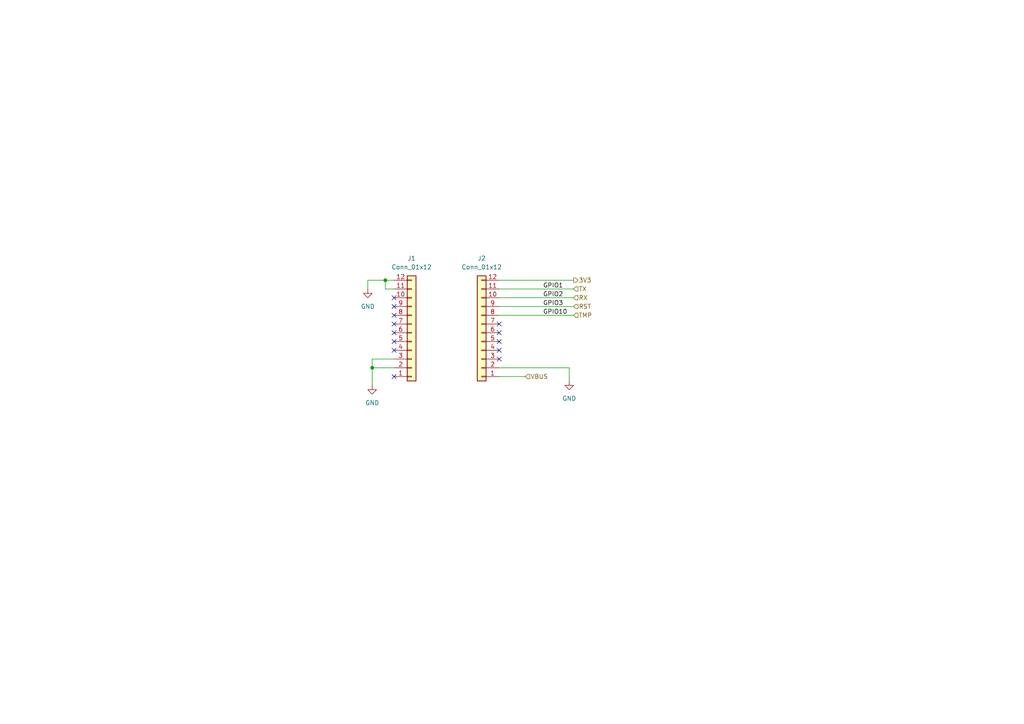
<source format=kicad_sch>
(kicad_sch (version 20231120) (generator "eeschema") (generator_version "8.0")
  (paper "A4")
  (title_block (title "NerdNOS") (date "2024-04-05") (rev "1"))
  (lib_symbols
    (symbol "Connector_Generic:Conn_01x12" (pin_names (offset 1.016) hide)
      (property "Reference" "J" (at 0 15.24 0))
      (property "Value" "Conn_01x12" (at 0 -17.78 0))
      (symbol "Conn_01x12_1_1"
        (rectangle (start -1.27 -15.113) (end 0 -15.367) (stroke (width 0.1524)))
        (rectangle (start -1.27 -12.573) (end 0 -12.827) (stroke (width 0.1524)))
        (rectangle (start -1.27 -10.033) (end 0 -10.287) (stroke (width 0.1524)))
        (rectangle (start -1.27 -7.493) (end 0 -7.747) (stroke (width 0.1524)))
        (rectangle (start -1.27 -4.953) (end 0 -5.207) (stroke (width 0.1524)))
        (rectangle (start -1.27 -2.413) (end 0 -2.667) (stroke (width 0.1524)))
        (rectangle (start -1.27 0.127) (end 0 -0.127) (stroke (width 0.1524)))
        (rectangle (start -1.27 2.667) (end 0 2.413) (stroke (width 0.1524)))
        (rectangle (start -1.27 5.207) (end 0 4.953) (stroke (width 0.1524)))
        (rectangle (start -1.27 7.747) (end 0 7.493) (stroke (width 0.1524)))
        (rectangle (start -1.27 10.287) (end 0 10.033) (stroke (width 0.1524)))
        (rectangle (start -1.27 12.827) (end 0 12.573) (stroke (width 0.1524)))
        (rectangle (start -1.27 13.97) (end 1.27 -16.51) (stroke (width 0.254)) (fill (type background)))
        (pin passive line (at -5.08 12.7 0) (length 3.81) (name "Pin_1") (number "1"))
        (pin passive line (at -5.08 -10.16 0) (length 3.81) (name "Pin_10") (number "10"))
        (pin passive line (at -5.08 -12.7 0) (length 3.81) (name "Pin_11") (number "11"))
        (pin passive line (at -5.08 -15.24 0) (length 3.81) (name "Pin_12") (number "12"))
        (pin passive line (at -5.08 10.16 0) (length 3.81) (name "Pin_2") (number "2"))
        (pin passive line (at -5.08 7.62 0) (length 3.81) (name "Pin_3") (number "3"))
        (pin passive line (at -5.08 5.08 0) (length 3.81) (name "Pin_4") (number "4"))
        (pin passive line (at -5.08 2.54 0) (length 3.81) (name "Pin_5") (number "5"))
        (pin passive line (at -5.08 0 0) (length 3.81) (name "Pin_6") (number "6"))
        (pin passive line (at -5.08 -2.54 0) (length 3.81) (name "Pin_7") (number "7"))
        (pin passive line (at -5.08 -5.08 0) (length 3.81) (name "Pin_8") (number "8"))
        (pin passive line (at -5.08 -7.62 0) (length 3.81) (name "Pin_9") (number "9"))
      )
    )
    (symbol "power:GND" (power) (pin_numbers hide) (pin_names (offset 0) hide)
      (property "Value" "GND" (at 0 -3.81 0))
      (symbol "GND_0_1"
        (polyline (pts (xy 0 0) (xy 0 -1.27) (xy 1.27 -1.27) (xy 0 -2.54) (xy -1.27 -1.27) (xy 0 -1.27)))
      )
      (symbol "GND_1_1"
        (pin power_in line (at 0 0 270) (length 0) (name "~") (number "1"))
      )
    )
  )
  (junction (at 107.95 106.68))
  (junction (at 111.76 81.28))
  (no_connect (at 114.3 91.44))
  (no_connect (at 114.3 101.6))
  (no_connect (at 114.3 96.52))
  (no_connect (at 114.3 88.9))
  (no_connect (at 114.3 86.36))
  (no_connect (at 114.3 99.06))
  (no_connect (at 144.78 101.6))
  (no_connect (at 144.78 96.52))
  (no_connect (at 144.78 93.98))
  (no_connect (at 114.3 93.98))
  (no_connect (at 144.78 104.14))
  (no_connect (at 114.3 109.22))
  (no_connect (at 144.78 99.06))
  (wire (pts (xy 165.1 106.68) (xy 144.78 106.68)))
  (wire (pts (xy 114.3 83.82) (xy 111.76 83.82)))
  (wire (pts (xy 111.76 81.28) (xy 106.68 81.28)))
  (wire (pts (xy 114.3 104.14) (xy 107.95 104.14)))
  (wire (pts (xy 107.95 106.68) (xy 114.3 106.68)))
  (wire (pts (xy 166.37 81.28) (xy 144.78 81.28)))
  (wire (pts (xy 144.78 109.22) (xy 152.4 109.22)))
  (wire (pts (xy 106.68 81.28) (xy 106.68 83.82)))
  (wire (pts (xy 114.3 81.28) (xy 111.76 81.28)))
  (wire (pts (xy 165.1 110.49) (xy 165.1 106.68)))
  (wire (pts (xy 111.76 83.82) (xy 111.76 81.28)))
  (wire (pts (xy 144.78 91.44) (xy 166.37 91.44)))
  (wire (pts (xy 144.78 83.82) (xy 166.37 83.82)))
  (wire (pts (xy 144.78 86.36) (xy 166.37 86.36)))
  (wire (pts (xy 107.95 111.76) (xy 107.95 106.68)))
  (wire (pts (xy 144.78 88.9) (xy 166.37 88.9)))
  (wire (pts (xy 107.95 104.14) (xy 107.95 106.68)))
  (label "GPIO3" (at 157.48 88.9 0))
  (label "GPIO2" (at 157.48 86.36 0))
  (label "GPIO1" (at 157.48 83.82 0))
  (label "GPIO10" (at 157.48 91.44 0))
  (hierarchical_label "RST" (shape input) (at 166.37 88.9 0))
  (hierarchical_label "TMP" (shape input) (at 166.37 91.44 0))
  (hierarchical_label "VBUS" (shape input) (at 152.4 109.22 0))
  (hierarchical_label "RX" (shape input) (at 166.37 86.36 0))
  (hierarchical_label "3V3" (shape output) (at 166.37 81.28 0))
  (hierarchical_label "TX" (shape input) (at 166.37 83.82 0))
  (symbol (lib_id "Connector_Generic:Conn_01x12") (at 139.7 96.52 180) (unit 1)
    (property "Reference" "J2" (at 139.7 74.93 0))
    (property "Value" "Conn_01x12" (at 139.7 77.47 0))
    (property "Footprint" "Connector_PinHeader_2.54mm:PinHeader_1x12_P2.54mm_Vertical" (effects (hide yes)))
    (property "Description" "Generic connector, single row, 01x12, script generated (kicad-library-utils/schlib/autogen/connector/)" (effects (hide yes)))
  )
  (symbol (lib_id "power:GND") (at 106.68 83.82 0) (unit 1)
    (property "Reference" "#PWR09" (effects (hide yes)))
    (property "Value" "GND" (at 106.68 88.9 0))
    (property "Description" "Power symbol creates a global label with name \"GND\" , ground" (effects (hide yes)))
  )
  (symbol (lib_id "Connector_Generic:Conn_01x12") (at 119.38 96.52 0) (mirror x) (unit 1)
    (property "Reference" "J1" (at 119.38 74.93 0))
    (property "Value" "Conn_01x12" (at 119.38 77.47 0))
    (property "Footprint" "Connector_PinHeader_2.54mm:PinHeader_1x12_P2.54mm_Vertical" (effects (hide yes)))
    (property "Description" "Generic connector, single row, 01x12, script generated (kicad-library-utils/schlib/autogen/connector/)" (effects (hide yes)))
  )
  (symbol (lib_id "power:GND") (at 165.1 110.49 0) (unit 1)
    (property "Reference" "#PWR011" (effects (hide yes)))
    (property "Value" "GND" (at 165.1 115.57 0))
    (property "Description" "Power symbol creates a global label with name \"GND\" , ground" (effects (hide yes)))
  )
  (symbol (lib_id "power:GND") (at 107.95 111.76 0) (unit 1)
    (property "Reference" "#PWR010" (effects (hide yes)))
    (property "Value" "GND" (at 107.95 116.84 0))
    (property "Description" "Power symbol creates a global label with name \"GND\" , ground" (effects (hide yes)))
  )
)
</source>
